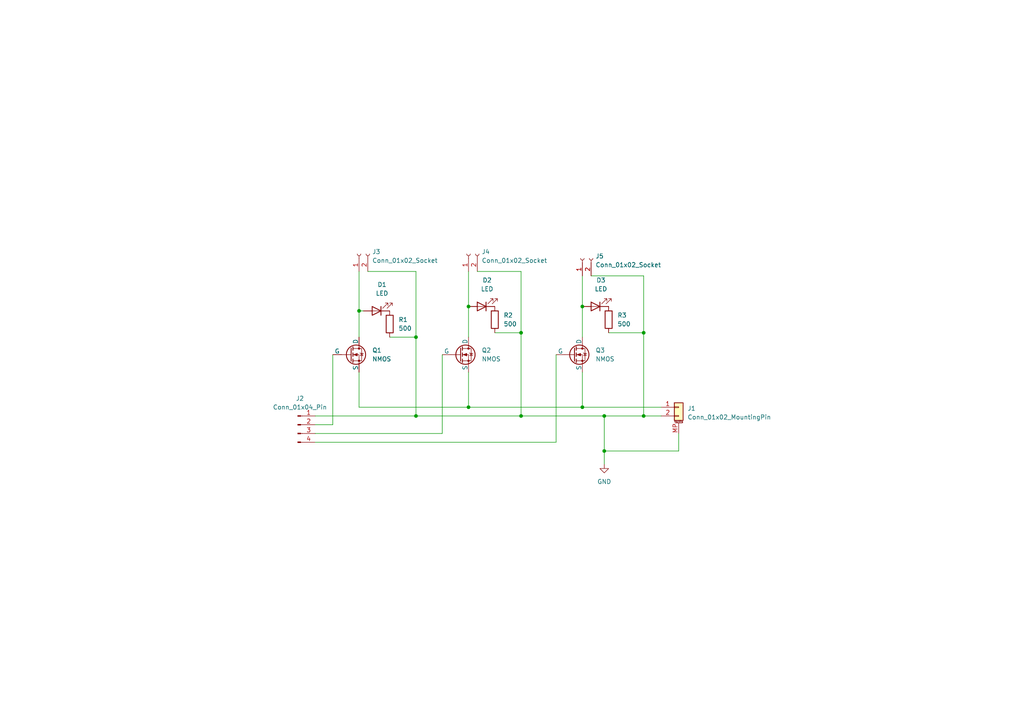
<source format=kicad_sch>
(kicad_sch
	(version 20250114)
	(generator "eeschema")
	(generator_version "9.0")
	(uuid "05a74dc7-04cc-4c70-bcf5-f3ee3b7b67ec")
	(paper "A4")
	(lib_symbols
		(symbol "Connector:Conn_01x02_Socket"
			(pin_names
				(offset 1.016)
				(hide yes)
			)
			(exclude_from_sim no)
			(in_bom yes)
			(on_board yes)
			(property "Reference" "J"
				(at 0 2.54 0)
				(effects
					(font
						(size 1.27 1.27)
					)
				)
			)
			(property "Value" "Conn_01x02_Socket"
				(at 0 -5.08 0)
				(effects
					(font
						(size 1.27 1.27)
					)
				)
			)
			(property "Footprint" ""
				(at 0 0 0)
				(effects
					(font
						(size 1.27 1.27)
					)
					(hide yes)
				)
			)
			(property "Datasheet" "~"
				(at 0 0 0)
				(effects
					(font
						(size 1.27 1.27)
					)
					(hide yes)
				)
			)
			(property "Description" "Generic connector, single row, 01x02, script generated"
				(at 0 0 0)
				(effects
					(font
						(size 1.27 1.27)
					)
					(hide yes)
				)
			)
			(property "ki_locked" ""
				(at 0 0 0)
				(effects
					(font
						(size 1.27 1.27)
					)
				)
			)
			(property "ki_keywords" "connector"
				(at 0 0 0)
				(effects
					(font
						(size 1.27 1.27)
					)
					(hide yes)
				)
			)
			(property "ki_fp_filters" "Connector*:*_1x??_*"
				(at 0 0 0)
				(effects
					(font
						(size 1.27 1.27)
					)
					(hide yes)
				)
			)
			(symbol "Conn_01x02_Socket_1_1"
				(polyline
					(pts
						(xy -1.27 0) (xy -0.508 0)
					)
					(stroke
						(width 0.1524)
						(type default)
					)
					(fill
						(type none)
					)
				)
				(polyline
					(pts
						(xy -1.27 -2.54) (xy -0.508 -2.54)
					)
					(stroke
						(width 0.1524)
						(type default)
					)
					(fill
						(type none)
					)
				)
				(arc
					(start 0 -0.508)
					(mid -0.5058 0)
					(end 0 0.508)
					(stroke
						(width 0.1524)
						(type default)
					)
					(fill
						(type none)
					)
				)
				(arc
					(start 0 -3.048)
					(mid -0.5058 -2.54)
					(end 0 -2.032)
					(stroke
						(width 0.1524)
						(type default)
					)
					(fill
						(type none)
					)
				)
				(pin passive line
					(at -5.08 0 0)
					(length 3.81)
					(name "Pin_1"
						(effects
							(font
								(size 1.27 1.27)
							)
						)
					)
					(number "1"
						(effects
							(font
								(size 1.27 1.27)
							)
						)
					)
				)
				(pin passive line
					(at -5.08 -2.54 0)
					(length 3.81)
					(name "Pin_2"
						(effects
							(font
								(size 1.27 1.27)
							)
						)
					)
					(number "2"
						(effects
							(font
								(size 1.27 1.27)
							)
						)
					)
				)
			)
			(embedded_fonts no)
		)
		(symbol "Connector:Conn_01x04_Pin"
			(pin_names
				(offset 1.016)
				(hide yes)
			)
			(exclude_from_sim no)
			(in_bom yes)
			(on_board yes)
			(property "Reference" "J"
				(at 0 5.08 0)
				(effects
					(font
						(size 1.27 1.27)
					)
				)
			)
			(property "Value" "Conn_01x04_Pin"
				(at 0 -7.62 0)
				(effects
					(font
						(size 1.27 1.27)
					)
				)
			)
			(property "Footprint" ""
				(at 0 0 0)
				(effects
					(font
						(size 1.27 1.27)
					)
					(hide yes)
				)
			)
			(property "Datasheet" "~"
				(at 0 0 0)
				(effects
					(font
						(size 1.27 1.27)
					)
					(hide yes)
				)
			)
			(property "Description" "Generic connector, single row, 01x04, script generated"
				(at 0 0 0)
				(effects
					(font
						(size 1.27 1.27)
					)
					(hide yes)
				)
			)
			(property "ki_locked" ""
				(at 0 0 0)
				(effects
					(font
						(size 1.27 1.27)
					)
				)
			)
			(property "ki_keywords" "connector"
				(at 0 0 0)
				(effects
					(font
						(size 1.27 1.27)
					)
					(hide yes)
				)
			)
			(property "ki_fp_filters" "Connector*:*_1x??_*"
				(at 0 0 0)
				(effects
					(font
						(size 1.27 1.27)
					)
					(hide yes)
				)
			)
			(symbol "Conn_01x04_Pin_1_1"
				(rectangle
					(start 0.8636 2.667)
					(end 0 2.413)
					(stroke
						(width 0.1524)
						(type default)
					)
					(fill
						(type outline)
					)
				)
				(rectangle
					(start 0.8636 0.127)
					(end 0 -0.127)
					(stroke
						(width 0.1524)
						(type default)
					)
					(fill
						(type outline)
					)
				)
				(rectangle
					(start 0.8636 -2.413)
					(end 0 -2.667)
					(stroke
						(width 0.1524)
						(type default)
					)
					(fill
						(type outline)
					)
				)
				(rectangle
					(start 0.8636 -4.953)
					(end 0 -5.207)
					(stroke
						(width 0.1524)
						(type default)
					)
					(fill
						(type outline)
					)
				)
				(polyline
					(pts
						(xy 1.27 2.54) (xy 0.8636 2.54)
					)
					(stroke
						(width 0.1524)
						(type default)
					)
					(fill
						(type none)
					)
				)
				(polyline
					(pts
						(xy 1.27 0) (xy 0.8636 0)
					)
					(stroke
						(width 0.1524)
						(type default)
					)
					(fill
						(type none)
					)
				)
				(polyline
					(pts
						(xy 1.27 -2.54) (xy 0.8636 -2.54)
					)
					(stroke
						(width 0.1524)
						(type default)
					)
					(fill
						(type none)
					)
				)
				(polyline
					(pts
						(xy 1.27 -5.08) (xy 0.8636 -5.08)
					)
					(stroke
						(width 0.1524)
						(type default)
					)
					(fill
						(type none)
					)
				)
				(pin passive line
					(at 5.08 2.54 180)
					(length 3.81)
					(name "Pin_1"
						(effects
							(font
								(size 1.27 1.27)
							)
						)
					)
					(number "1"
						(effects
							(font
								(size 1.27 1.27)
							)
						)
					)
				)
				(pin passive line
					(at 5.08 0 180)
					(length 3.81)
					(name "Pin_2"
						(effects
							(font
								(size 1.27 1.27)
							)
						)
					)
					(number "2"
						(effects
							(font
								(size 1.27 1.27)
							)
						)
					)
				)
				(pin passive line
					(at 5.08 -2.54 180)
					(length 3.81)
					(name "Pin_3"
						(effects
							(font
								(size 1.27 1.27)
							)
						)
					)
					(number "3"
						(effects
							(font
								(size 1.27 1.27)
							)
						)
					)
				)
				(pin passive line
					(at 5.08 -5.08 180)
					(length 3.81)
					(name "Pin_4"
						(effects
							(font
								(size 1.27 1.27)
							)
						)
					)
					(number "4"
						(effects
							(font
								(size 1.27 1.27)
							)
						)
					)
				)
			)
			(embedded_fonts no)
		)
		(symbol "Connector_Generic_MountingPin:Conn_01x02_MountingPin"
			(pin_names
				(offset 1.016)
				(hide yes)
			)
			(exclude_from_sim no)
			(in_bom yes)
			(on_board yes)
			(property "Reference" "J"
				(at 0 2.54 0)
				(effects
					(font
						(size 1.27 1.27)
					)
				)
			)
			(property "Value" "Conn_01x02_MountingPin"
				(at 1.27 -5.08 0)
				(effects
					(font
						(size 1.27 1.27)
					)
					(justify left)
				)
			)
			(property "Footprint" ""
				(at 0 0 0)
				(effects
					(font
						(size 1.27 1.27)
					)
					(hide yes)
				)
			)
			(property "Datasheet" "~"
				(at 0 0 0)
				(effects
					(font
						(size 1.27 1.27)
					)
					(hide yes)
				)
			)
			(property "Description" "Generic connectable mounting pin connector, single row, 01x02, script generated (kicad-library-utils/schlib/autogen/connector/)"
				(at 0 0 0)
				(effects
					(font
						(size 1.27 1.27)
					)
					(hide yes)
				)
			)
			(property "ki_keywords" "connector"
				(at 0 0 0)
				(effects
					(font
						(size 1.27 1.27)
					)
					(hide yes)
				)
			)
			(property "ki_fp_filters" "Connector*:*_1x??-1MP*"
				(at 0 0 0)
				(effects
					(font
						(size 1.27 1.27)
					)
					(hide yes)
				)
			)
			(symbol "Conn_01x02_MountingPin_1_1"
				(rectangle
					(start -1.27 1.27)
					(end 1.27 -3.81)
					(stroke
						(width 0.254)
						(type default)
					)
					(fill
						(type background)
					)
				)
				(rectangle
					(start -1.27 0.127)
					(end 0 -0.127)
					(stroke
						(width 0.1524)
						(type default)
					)
					(fill
						(type none)
					)
				)
				(rectangle
					(start -1.27 -2.413)
					(end 0 -2.667)
					(stroke
						(width 0.1524)
						(type default)
					)
					(fill
						(type none)
					)
				)
				(polyline
					(pts
						(xy -1.016 -4.572) (xy 1.016 -4.572)
					)
					(stroke
						(width 0.1524)
						(type default)
					)
					(fill
						(type none)
					)
				)
				(text "Mounting"
					(at 0 -4.191 0)
					(effects
						(font
							(size 0.381 0.381)
						)
					)
				)
				(pin passive line
					(at -5.08 0 0)
					(length 3.81)
					(name "Pin_1"
						(effects
							(font
								(size 1.27 1.27)
							)
						)
					)
					(number "1"
						(effects
							(font
								(size 1.27 1.27)
							)
						)
					)
				)
				(pin passive line
					(at -5.08 -2.54 0)
					(length 3.81)
					(name "Pin_2"
						(effects
							(font
								(size 1.27 1.27)
							)
						)
					)
					(number "2"
						(effects
							(font
								(size 1.27 1.27)
							)
						)
					)
				)
				(pin passive line
					(at 0 -7.62 90)
					(length 3.048)
					(name "MountPin"
						(effects
							(font
								(size 1.27 1.27)
							)
						)
					)
					(number "MP"
						(effects
							(font
								(size 1.27 1.27)
							)
						)
					)
				)
			)
			(embedded_fonts no)
		)
		(symbol "Device:LED"
			(pin_numbers
				(hide yes)
			)
			(pin_names
				(offset 1.016)
				(hide yes)
			)
			(exclude_from_sim no)
			(in_bom yes)
			(on_board yes)
			(property "Reference" "D"
				(at 0 2.54 0)
				(effects
					(font
						(size 1.27 1.27)
					)
				)
			)
			(property "Value" "LED"
				(at 0 -2.54 0)
				(effects
					(font
						(size 1.27 1.27)
					)
				)
			)
			(property "Footprint" ""
				(at 0 0 0)
				(effects
					(font
						(size 1.27 1.27)
					)
					(hide yes)
				)
			)
			(property "Datasheet" "~"
				(at 0 0 0)
				(effects
					(font
						(size 1.27 1.27)
					)
					(hide yes)
				)
			)
			(property "Description" "Light emitting diode"
				(at 0 0 0)
				(effects
					(font
						(size 1.27 1.27)
					)
					(hide yes)
				)
			)
			(property "Sim.Pins" "1=K 2=A"
				(at 0 0 0)
				(effects
					(font
						(size 1.27 1.27)
					)
					(hide yes)
				)
			)
			(property "ki_keywords" "LED diode"
				(at 0 0 0)
				(effects
					(font
						(size 1.27 1.27)
					)
					(hide yes)
				)
			)
			(property "ki_fp_filters" "LED* LED_SMD:* LED_THT:*"
				(at 0 0 0)
				(effects
					(font
						(size 1.27 1.27)
					)
					(hide yes)
				)
			)
			(symbol "LED_0_1"
				(polyline
					(pts
						(xy -3.048 -0.762) (xy -4.572 -2.286) (xy -3.81 -2.286) (xy -4.572 -2.286) (xy -4.572 -1.524)
					)
					(stroke
						(width 0)
						(type default)
					)
					(fill
						(type none)
					)
				)
				(polyline
					(pts
						(xy -1.778 -0.762) (xy -3.302 -2.286) (xy -2.54 -2.286) (xy -3.302 -2.286) (xy -3.302 -1.524)
					)
					(stroke
						(width 0)
						(type default)
					)
					(fill
						(type none)
					)
				)
				(polyline
					(pts
						(xy -1.27 0) (xy 1.27 0)
					)
					(stroke
						(width 0)
						(type default)
					)
					(fill
						(type none)
					)
				)
				(polyline
					(pts
						(xy -1.27 -1.27) (xy -1.27 1.27)
					)
					(stroke
						(width 0.254)
						(type default)
					)
					(fill
						(type none)
					)
				)
				(polyline
					(pts
						(xy 1.27 -1.27) (xy 1.27 1.27) (xy -1.27 0) (xy 1.27 -1.27)
					)
					(stroke
						(width 0.254)
						(type default)
					)
					(fill
						(type none)
					)
				)
			)
			(symbol "LED_1_1"
				(pin passive line
					(at -3.81 0 0)
					(length 2.54)
					(name "K"
						(effects
							(font
								(size 1.27 1.27)
							)
						)
					)
					(number "1"
						(effects
							(font
								(size 1.27 1.27)
							)
						)
					)
				)
				(pin passive line
					(at 3.81 0 180)
					(length 2.54)
					(name "A"
						(effects
							(font
								(size 1.27 1.27)
							)
						)
					)
					(number "2"
						(effects
							(font
								(size 1.27 1.27)
							)
						)
					)
				)
			)
			(embedded_fonts no)
		)
		(symbol "Device:R"
			(pin_numbers
				(hide yes)
			)
			(pin_names
				(offset 0)
			)
			(exclude_from_sim no)
			(in_bom yes)
			(on_board yes)
			(property "Reference" "R"
				(at 2.032 0 90)
				(effects
					(font
						(size 1.27 1.27)
					)
				)
			)
			(property "Value" "R"
				(at 0 0 90)
				(effects
					(font
						(size 1.27 1.27)
					)
				)
			)
			(property "Footprint" ""
				(at -1.778 0 90)
				(effects
					(font
						(size 1.27 1.27)
					)
					(hide yes)
				)
			)
			(property "Datasheet" "~"
				(at 0 0 0)
				(effects
					(font
						(size 1.27 1.27)
					)
					(hide yes)
				)
			)
			(property "Description" "Resistor"
				(at 0 0 0)
				(effects
					(font
						(size 1.27 1.27)
					)
					(hide yes)
				)
			)
			(property "ki_keywords" "R res resistor"
				(at 0 0 0)
				(effects
					(font
						(size 1.27 1.27)
					)
					(hide yes)
				)
			)
			(property "ki_fp_filters" "R_*"
				(at 0 0 0)
				(effects
					(font
						(size 1.27 1.27)
					)
					(hide yes)
				)
			)
			(symbol "R_0_1"
				(rectangle
					(start -1.016 -2.54)
					(end 1.016 2.54)
					(stroke
						(width 0.254)
						(type default)
					)
					(fill
						(type none)
					)
				)
			)
			(symbol "R_1_1"
				(pin passive line
					(at 0 3.81 270)
					(length 1.27)
					(name "~"
						(effects
							(font
								(size 1.27 1.27)
							)
						)
					)
					(number "1"
						(effects
							(font
								(size 1.27 1.27)
							)
						)
					)
				)
				(pin passive line
					(at 0 -3.81 90)
					(length 1.27)
					(name "~"
						(effects
							(font
								(size 1.27 1.27)
							)
						)
					)
					(number "2"
						(effects
							(font
								(size 1.27 1.27)
							)
						)
					)
				)
			)
			(embedded_fonts no)
		)
		(symbol "Simulation_SPICE:NMOS"
			(pin_numbers
				(hide yes)
			)
			(pin_names
				(offset 0)
			)
			(exclude_from_sim no)
			(in_bom yes)
			(on_board yes)
			(property "Reference" "Q"
				(at 5.08 1.27 0)
				(effects
					(font
						(size 1.27 1.27)
					)
					(justify left)
				)
			)
			(property "Value" "NMOS"
				(at 5.08 -1.27 0)
				(effects
					(font
						(size 1.27 1.27)
					)
					(justify left)
				)
			)
			(property "Footprint" ""
				(at 5.08 2.54 0)
				(effects
					(font
						(size 1.27 1.27)
					)
					(hide yes)
				)
			)
			(property "Datasheet" "https://ngspice.sourceforge.io/docs/ngspice-html-manual/manual.xhtml#cha_MOSFETs"
				(at 0 -12.7 0)
				(effects
					(font
						(size 1.27 1.27)
					)
					(hide yes)
				)
			)
			(property "Description" "N-MOSFET transistor, drain/source/gate"
				(at 0 0 0)
				(effects
					(font
						(size 1.27 1.27)
					)
					(hide yes)
				)
			)
			(property "Sim.Device" "NMOS"
				(at 0 -17.145 0)
				(effects
					(font
						(size 1.27 1.27)
					)
					(hide yes)
				)
			)
			(property "Sim.Type" "VDMOS"
				(at 0 -19.05 0)
				(effects
					(font
						(size 1.27 1.27)
					)
					(hide yes)
				)
			)
			(property "Sim.Pins" "1=D 2=G 3=S"
				(at 0 -15.24 0)
				(effects
					(font
						(size 1.27 1.27)
					)
					(hide yes)
				)
			)
			(property "ki_keywords" "transistor NMOS N-MOS N-MOSFET simulation"
				(at 0 0 0)
				(effects
					(font
						(size 1.27 1.27)
					)
					(hide yes)
				)
			)
			(symbol "NMOS_0_1"
				(polyline
					(pts
						(xy 0.254 1.905) (xy 0.254 -1.905)
					)
					(stroke
						(width 0.254)
						(type default)
					)
					(fill
						(type none)
					)
				)
				(polyline
					(pts
						(xy 0.254 0) (xy -2.54 0)
					)
					(stroke
						(width 0)
						(type default)
					)
					(fill
						(type none)
					)
				)
				(polyline
					(pts
						(xy 0.762 2.286) (xy 0.762 1.27)
					)
					(stroke
						(width 0.254)
						(type default)
					)
					(fill
						(type none)
					)
				)
				(polyline
					(pts
						(xy 0.762 0.508) (xy 0.762 -0.508)
					)
					(stroke
						(width 0.254)
						(type default)
					)
					(fill
						(type none)
					)
				)
				(polyline
					(pts
						(xy 0.762 -1.27) (xy 0.762 -2.286)
					)
					(stroke
						(width 0.254)
						(type default)
					)
					(fill
						(type none)
					)
				)
				(polyline
					(pts
						(xy 0.762 -1.778) (xy 3.302 -1.778) (xy 3.302 1.778) (xy 0.762 1.778)
					)
					(stroke
						(width 0)
						(type default)
					)
					(fill
						(type none)
					)
				)
				(polyline
					(pts
						(xy 1.016 0) (xy 2.032 0.381) (xy 2.032 -0.381) (xy 1.016 0)
					)
					(stroke
						(width 0)
						(type default)
					)
					(fill
						(type outline)
					)
				)
				(circle
					(center 1.651 0)
					(radius 2.794)
					(stroke
						(width 0.254)
						(type default)
					)
					(fill
						(type none)
					)
				)
				(polyline
					(pts
						(xy 2.54 2.54) (xy 2.54 1.778)
					)
					(stroke
						(width 0)
						(type default)
					)
					(fill
						(type none)
					)
				)
				(circle
					(center 2.54 1.778)
					(radius 0.254)
					(stroke
						(width 0)
						(type default)
					)
					(fill
						(type outline)
					)
				)
				(circle
					(center 2.54 -1.778)
					(radius 0.254)
					(stroke
						(width 0)
						(type default)
					)
					(fill
						(type outline)
					)
				)
				(polyline
					(pts
						(xy 2.54 -2.54) (xy 2.54 0) (xy 0.762 0)
					)
					(stroke
						(width 0)
						(type default)
					)
					(fill
						(type none)
					)
				)
				(polyline
					(pts
						(xy 2.794 0.508) (xy 2.921 0.381) (xy 3.683 0.381) (xy 3.81 0.254)
					)
					(stroke
						(width 0)
						(type default)
					)
					(fill
						(type none)
					)
				)
				(polyline
					(pts
						(xy 3.302 0.381) (xy 2.921 -0.254) (xy 3.683 -0.254) (xy 3.302 0.381)
					)
					(stroke
						(width 0)
						(type default)
					)
					(fill
						(type none)
					)
				)
			)
			(symbol "NMOS_1_1"
				(pin input line
					(at -5.08 0 0)
					(length 2.54)
					(name "G"
						(effects
							(font
								(size 1.27 1.27)
							)
						)
					)
					(number "2"
						(effects
							(font
								(size 1.27 1.27)
							)
						)
					)
				)
				(pin passive line
					(at 2.54 5.08 270)
					(length 2.54)
					(name "D"
						(effects
							(font
								(size 1.27 1.27)
							)
						)
					)
					(number "1"
						(effects
							(font
								(size 1.27 1.27)
							)
						)
					)
				)
				(pin passive line
					(at 2.54 -5.08 90)
					(length 2.54)
					(name "S"
						(effects
							(font
								(size 1.27 1.27)
							)
						)
					)
					(number "3"
						(effects
							(font
								(size 1.27 1.27)
							)
						)
					)
				)
			)
			(embedded_fonts no)
		)
		(symbol "power:GND"
			(power)
			(pin_numbers
				(hide yes)
			)
			(pin_names
				(offset 0)
				(hide yes)
			)
			(exclude_from_sim no)
			(in_bom yes)
			(on_board yes)
			(property "Reference" "#PWR"
				(at 0 -6.35 0)
				(effects
					(font
						(size 1.27 1.27)
					)
					(hide yes)
				)
			)
			(property "Value" "GND"
				(at 0 -3.81 0)
				(effects
					(font
						(size 1.27 1.27)
					)
				)
			)
			(property "Footprint" ""
				(at 0 0 0)
				(effects
					(font
						(size 1.27 1.27)
					)
					(hide yes)
				)
			)
			(property "Datasheet" ""
				(at 0 0 0)
				(effects
					(font
						(size 1.27 1.27)
					)
					(hide yes)
				)
			)
			(property "Description" "Power symbol creates a global label with name \"GND\" , ground"
				(at 0 0 0)
				(effects
					(font
						(size 1.27 1.27)
					)
					(hide yes)
				)
			)
			(property "ki_keywords" "global power"
				(at 0 0 0)
				(effects
					(font
						(size 1.27 1.27)
					)
					(hide yes)
				)
			)
			(symbol "GND_0_1"
				(polyline
					(pts
						(xy 0 0) (xy 0 -1.27) (xy 1.27 -1.27) (xy 0 -2.54) (xy -1.27 -1.27) (xy 0 -1.27)
					)
					(stroke
						(width 0)
						(type default)
					)
					(fill
						(type none)
					)
				)
			)
			(symbol "GND_1_1"
				(pin power_in line
					(at 0 0 270)
					(length 0)
					(name "~"
						(effects
							(font
								(size 1.27 1.27)
							)
						)
					)
					(number "1"
						(effects
							(font
								(size 1.27 1.27)
							)
						)
					)
				)
			)
			(embedded_fonts no)
		)
	)
	(junction
		(at 151.13 120.65)
		(diameter 0)
		(color 0 0 0 0)
		(uuid "1c777ca9-56d0-46ca-b54a-f3c80b3c0bd8")
	)
	(junction
		(at 120.65 120.65)
		(diameter 0)
		(color 0 0 0 0)
		(uuid "2c4d734b-ba7c-4810-9bb1-bc6aaac3e3fe")
	)
	(junction
		(at 168.91 118.11)
		(diameter 0)
		(color 0 0 0 0)
		(uuid "63186b60-bff4-4f32-8556-70afaad21bd6")
	)
	(junction
		(at 175.26 130.81)
		(diameter 0)
		(color 0 0 0 0)
		(uuid "644ffabe-7542-46d5-9fba-6793ca6c4042")
	)
	(junction
		(at 104.14 90.17)
		(diameter 0)
		(color 0 0 0 0)
		(uuid "b8a7e8aa-12e5-407d-a167-3ef2ba818d57")
	)
	(junction
		(at 135.89 88.9)
		(diameter 0)
		(color 0 0 0 0)
		(uuid "bc995a4c-183d-4d4f-a95d-9dc97a353382")
	)
	(junction
		(at 186.69 96.52)
		(diameter 0)
		(color 0 0 0 0)
		(uuid "c5b9dbbd-b298-4146-8576-fcdd90877bad")
	)
	(junction
		(at 151.13 96.52)
		(diameter 0)
		(color 0 0 0 0)
		(uuid "d428e72e-5c77-49eb-b03e-c1fe34ad1090")
	)
	(junction
		(at 120.65 97.79)
		(diameter 0)
		(color 0 0 0 0)
		(uuid "d5cb8f33-be46-4f85-b020-f2e6cca9de03")
	)
	(junction
		(at 175.26 120.65)
		(diameter 0)
		(color 0 0 0 0)
		(uuid "dcb877eb-d8bd-41fb-be50-ee26965afa8b")
	)
	(junction
		(at 186.69 120.65)
		(diameter 0)
		(color 0 0 0 0)
		(uuid "f106be71-d704-44d4-9799-f1ee47354d57")
	)
	(junction
		(at 135.89 118.11)
		(diameter 0)
		(color 0 0 0 0)
		(uuid "f9b8dd1e-5eea-4322-aea1-c5400699e897")
	)
	(junction
		(at 168.91 88.9)
		(diameter 0)
		(color 0 0 0 0)
		(uuid "fcc7d12d-7d7a-4635-a995-038938cc66ca")
	)
	(wire
		(pts
			(xy 138.43 78.74) (xy 151.13 78.74)
		)
		(stroke
			(width 0)
			(type default)
		)
		(uuid "006e33d0-d3c5-439c-96f4-42bf9c1e62ed")
	)
	(wire
		(pts
			(xy 105.41 90.17) (xy 104.14 90.17)
		)
		(stroke
			(width 0)
			(type default)
		)
		(uuid "098aa4cd-8ae9-45a2-9c92-58db4f65b569")
	)
	(wire
		(pts
			(xy 175.26 130.81) (xy 175.26 134.62)
		)
		(stroke
			(width 0)
			(type default)
		)
		(uuid "0e042e52-e66a-47b6-8fbb-d247bf75d58e")
	)
	(wire
		(pts
			(xy 128.27 102.87) (xy 128.27 125.73)
		)
		(stroke
			(width 0)
			(type default)
		)
		(uuid "1079676f-7005-4ca3-92cf-0c23d4a268be")
	)
	(wire
		(pts
			(xy 151.13 96.52) (xy 151.13 120.65)
		)
		(stroke
			(width 0)
			(type default)
		)
		(uuid "1424f623-f2ae-4aab-9153-02dfd9fedbd5")
	)
	(wire
		(pts
			(xy 91.44 123.19) (xy 96.52 123.19)
		)
		(stroke
			(width 0)
			(type default)
		)
		(uuid "14ca97af-e361-4421-9d75-274fda5a1a1a")
	)
	(wire
		(pts
			(xy 151.13 120.65) (xy 175.26 120.65)
		)
		(stroke
			(width 0)
			(type default)
		)
		(uuid "15a99a0b-e7d9-40b7-b578-350c5ac81dcd")
	)
	(wire
		(pts
			(xy 186.69 80.01) (xy 186.69 96.52)
		)
		(stroke
			(width 0)
			(type default)
		)
		(uuid "16e9fa75-c31d-47c9-bf11-820f552c2197")
	)
	(wire
		(pts
			(xy 168.91 118.11) (xy 191.77 118.11)
		)
		(stroke
			(width 0)
			(type default)
		)
		(uuid "1b8d58ea-bd6f-4162-b005-90b81e206090")
	)
	(wire
		(pts
			(xy 161.29 102.87) (xy 161.29 128.27)
		)
		(stroke
			(width 0)
			(type default)
		)
		(uuid "1f162675-bdec-4636-942a-14c2143ddc11")
	)
	(wire
		(pts
			(xy 143.51 96.52) (xy 151.13 96.52)
		)
		(stroke
			(width 0)
			(type default)
		)
		(uuid "250171a1-b3b9-4071-a604-dd47fcaded55")
	)
	(wire
		(pts
			(xy 96.52 102.87) (xy 96.52 123.19)
		)
		(stroke
			(width 0)
			(type default)
		)
		(uuid "2948035e-68a2-4196-bbf7-efddb1fa6ee5")
	)
	(wire
		(pts
			(xy 168.91 107.95) (xy 168.91 118.11)
		)
		(stroke
			(width 0)
			(type default)
		)
		(uuid "3ad22c6a-0ace-4d38-81ac-0f804a519087")
	)
	(wire
		(pts
			(xy 113.03 97.79) (xy 120.65 97.79)
		)
		(stroke
			(width 0)
			(type default)
		)
		(uuid "3e83d6e3-505f-4191-a690-5c28c52a3a2e")
	)
	(wire
		(pts
			(xy 91.44 128.27) (xy 161.29 128.27)
		)
		(stroke
			(width 0)
			(type default)
		)
		(uuid "45e11097-4924-42b2-a277-781917821339")
	)
	(wire
		(pts
			(xy 120.65 78.74) (xy 120.65 97.79)
		)
		(stroke
			(width 0)
			(type default)
		)
		(uuid "46f51075-72f0-4c6f-8bfa-b5dbc86be8c0")
	)
	(wire
		(pts
			(xy 135.89 88.9) (xy 135.89 97.79)
		)
		(stroke
			(width 0)
			(type default)
		)
		(uuid "47f2767b-eb73-408c-9aac-61f7729f3534")
	)
	(wire
		(pts
			(xy 135.89 78.74) (xy 135.89 88.9)
		)
		(stroke
			(width 0)
			(type default)
		)
		(uuid "5359f431-2b2d-47b8-8066-c79c45188a7a")
	)
	(wire
		(pts
			(xy 91.44 120.65) (xy 120.65 120.65)
		)
		(stroke
			(width 0)
			(type default)
		)
		(uuid "548bab4e-40a3-4675-9c25-2ff94ddb4500")
	)
	(wire
		(pts
			(xy 168.91 88.9) (xy 168.91 97.79)
		)
		(stroke
			(width 0)
			(type default)
		)
		(uuid "56c28f3f-fec9-4119-8771-cd6cc44285c7")
	)
	(wire
		(pts
			(xy 168.91 80.01) (xy 168.91 88.9)
		)
		(stroke
			(width 0)
			(type default)
		)
		(uuid "58f6c784-8b7e-469b-8cc3-330990ef9324")
	)
	(wire
		(pts
			(xy 151.13 78.74) (xy 151.13 96.52)
		)
		(stroke
			(width 0)
			(type default)
		)
		(uuid "5c2adff4-cdec-401e-889d-0ea6a5f8fe4c")
	)
	(wire
		(pts
			(xy 171.45 80.01) (xy 186.69 80.01)
		)
		(stroke
			(width 0)
			(type default)
		)
		(uuid "754cfac9-478e-41d6-86b4-af7387d2ccfa")
	)
	(wire
		(pts
			(xy 175.26 120.65) (xy 175.26 130.81)
		)
		(stroke
			(width 0)
			(type default)
		)
		(uuid "76e06b75-5a37-4b8f-b3d0-80c20ce07d6a")
	)
	(wire
		(pts
			(xy 104.14 78.74) (xy 104.14 90.17)
		)
		(stroke
			(width 0)
			(type default)
		)
		(uuid "7dd01876-1530-4260-8c2d-8ab1d2ab09a3")
	)
	(wire
		(pts
			(xy 120.65 120.65) (xy 151.13 120.65)
		)
		(stroke
			(width 0)
			(type default)
		)
		(uuid "845c3ce0-4a68-4a55-9d00-540edf4fa8ac")
	)
	(wire
		(pts
			(xy 186.69 96.52) (xy 186.69 120.65)
		)
		(stroke
			(width 0)
			(type default)
		)
		(uuid "85075ed9-98ef-4490-8890-8750bf768c62")
	)
	(wire
		(pts
			(xy 91.44 125.73) (xy 128.27 125.73)
		)
		(stroke
			(width 0)
			(type default)
		)
		(uuid "92bec0f2-a62c-4c39-ae58-cd07eecaab7e")
	)
	(wire
		(pts
			(xy 191.77 120.65) (xy 186.69 120.65)
		)
		(stroke
			(width 0)
			(type default)
		)
		(uuid "9b18bc3e-032d-440c-98a9-5f516afb29e1")
	)
	(wire
		(pts
			(xy 104.14 90.17) (xy 104.14 97.79)
		)
		(stroke
			(width 0)
			(type default)
		)
		(uuid "9e979278-30ab-4a3a-951a-3226b5e66d5a")
	)
	(wire
		(pts
			(xy 176.53 96.52) (xy 186.69 96.52)
		)
		(stroke
			(width 0)
			(type default)
		)
		(uuid "a641191c-1721-429e-9866-1b273e116f73")
	)
	(wire
		(pts
			(xy 175.26 120.65) (xy 186.69 120.65)
		)
		(stroke
			(width 0)
			(type default)
		)
		(uuid "a70d7934-2521-4b46-a8fb-0d385b4f6786")
	)
	(wire
		(pts
			(xy 175.26 130.81) (xy 196.85 130.81)
		)
		(stroke
			(width 0)
			(type default)
		)
		(uuid "af4b1d04-152c-4420-950b-93b44f9f6f80")
	)
	(wire
		(pts
			(xy 135.89 118.11) (xy 168.91 118.11)
		)
		(stroke
			(width 0)
			(type default)
		)
		(uuid "c2282167-9553-4595-a501-ce2a37ca6248")
	)
	(wire
		(pts
			(xy 120.65 78.74) (xy 106.68 78.74)
		)
		(stroke
			(width 0)
			(type default)
		)
		(uuid "c3befd0a-edb1-4d10-b590-badfbb2448d0")
	)
	(wire
		(pts
			(xy 104.14 107.95) (xy 104.14 118.11)
		)
		(stroke
			(width 0)
			(type default)
		)
		(uuid "d089172b-8f9f-42b0-b914-783bab3acb97")
	)
	(wire
		(pts
			(xy 196.85 130.81) (xy 196.85 125.73)
		)
		(stroke
			(width 0)
			(type default)
		)
		(uuid "d468fc01-4969-496f-88dc-08215c7f8313")
	)
	(wire
		(pts
			(xy 135.89 107.95) (xy 135.89 118.11)
		)
		(stroke
			(width 0)
			(type default)
		)
		(uuid "ea115cce-9d80-450a-8e01-3a4a5ac9be3c")
	)
	(wire
		(pts
			(xy 120.65 97.79) (xy 120.65 120.65)
		)
		(stroke
			(width 0)
			(type default)
		)
		(uuid "eda18c74-b406-4ec1-90cb-00fb4ffe5b89")
	)
	(wire
		(pts
			(xy 104.14 118.11) (xy 135.89 118.11)
		)
		(stroke
			(width 0)
			(type default)
		)
		(uuid "f0abb216-63b3-478e-ab30-8015810a6d74")
	)
	(symbol
		(lib_id "Simulation_SPICE:NMOS")
		(at 101.6 102.87 0)
		(unit 1)
		(exclude_from_sim no)
		(in_bom yes)
		(on_board yes)
		(dnp no)
		(fields_autoplaced yes)
		(uuid "12d42cf2-3aae-48ae-8915-441c767abbad")
		(property "Reference" "Q1"
			(at 107.95 101.5999 0)
			(effects
				(font
					(size 1.27 1.27)
				)
				(justify left)
			)
		)
		(property "Value" "NMOS"
			(at 107.95 104.1399 0)
			(effects
				(font
					(size 1.27 1.27)
				)
				(justify left)
			)
		)
		(property "Footprint" ""
			(at 106.68 100.33 0)
			(effects
				(font
					(size 1.27 1.27)
				)
				(hide yes)
			)
		)
		(property "Datasheet" "https://ngspice.sourceforge.io/docs/ngspice-html-manual/manual.xhtml#cha_MOSFETs"
			(at 101.6 115.57 0)
			(effects
				(font
					(size 1.27 1.27)
				)
				(hide yes)
			)
		)
		(property "Description" "N-MOSFET transistor, drain/source/gate"
			(at 101.6 102.87 0)
			(effects
				(font
					(size 1.27 1.27)
				)
				(hide yes)
			)
		)
		(property "Sim.Device" "NMOS"
			(at 101.6 120.015 0)
			(effects
				(font
					(size 1.27 1.27)
				)
				(hide yes)
			)
		)
		(property "Sim.Type" "VDMOS"
			(at 101.6 121.92 0)
			(effects
				(font
					(size 1.27 1.27)
				)
				(hide yes)
			)
		)
		(property "Sim.Pins" "1=D 2=G 3=S"
			(at 101.6 118.11 0)
			(effects
				(font
					(size 1.27 1.27)
				)
				(hide yes)
			)
		)
		(pin "2"
			(uuid "7ce6f8ec-61c9-4c88-8d67-fcbb0f2d34d5")
		)
		(pin "3"
			(uuid "6a804f70-4bdd-4e5f-a74d-980ad73e7e90")
		)
		(pin "1"
			(uuid "782864c1-99e3-44f1-99f4-3acfb858ac5c")
		)
		(instances
			(project ""
				(path "/05a74dc7-04cc-4c70-bcf5-f3ee3b7b67ec"
					(reference "Q1")
					(unit 1)
				)
			)
		)
	)
	(symbol
		(lib_id "Device:R")
		(at 113.03 93.98 180)
		(unit 1)
		(exclude_from_sim no)
		(in_bom yes)
		(on_board yes)
		(dnp no)
		(fields_autoplaced yes)
		(uuid "1f837ef3-e050-424c-8a2c-18806f6feb98")
		(property "Reference" "R1"
			(at 115.57 92.7099 0)
			(effects
				(font
					(size 1.27 1.27)
				)
				(justify right)
			)
		)
		(property "Value" "500"
			(at 115.57 95.2499 0)
			(effects
				(font
					(size 1.27 1.27)
				)
				(justify right)
			)
		)
		(property "Footprint" "Resistor_THT:R_Axial_DIN0204_L3.6mm_D1.6mm_P5.08mm_Vertical"
			(at 114.808 93.98 90)
			(effects
				(font
					(size 1.27 1.27)
				)
				(hide yes)
			)
		)
		(property "Datasheet" "~"
			(at 113.03 93.98 0)
			(effects
				(font
					(size 1.27 1.27)
				)
				(hide yes)
			)
		)
		(property "Description" "Resistor"
			(at 113.03 93.98 0)
			(effects
				(font
					(size 1.27 1.27)
				)
				(hide yes)
			)
		)
		(pin "2"
			(uuid "c1480785-beea-472e-bfff-cbe4937de34a")
		)
		(pin "1"
			(uuid "c26ae832-3d9d-4ed3-a6a0-1fa260b305f8")
		)
		(instances
			(project ""
				(path "/05a74dc7-04cc-4c70-bcf5-f3ee3b7b67ec"
					(reference "R1")
					(unit 1)
				)
			)
		)
	)
	(symbol
		(lib_id "Device:LED")
		(at 139.7 88.9 180)
		(unit 1)
		(exclude_from_sim no)
		(in_bom yes)
		(on_board yes)
		(dnp no)
		(fields_autoplaced yes)
		(uuid "28fa9dc1-e1e1-4700-89c0-1678c8f35a90")
		(property "Reference" "D2"
			(at 141.2875 81.28 0)
			(effects
				(font
					(size 1.27 1.27)
				)
			)
		)
		(property "Value" "LED"
			(at 141.2875 83.82 0)
			(effects
				(font
					(size 1.27 1.27)
				)
			)
		)
		(property "Footprint" "LED_THT:LED_D5.0mm"
			(at 139.7 88.9 0)
			(effects
				(font
					(size 1.27 1.27)
				)
				(hide yes)
			)
		)
		(property "Datasheet" "~"
			(at 139.7 88.9 0)
			(effects
				(font
					(size 1.27 1.27)
				)
				(hide yes)
			)
		)
		(property "Description" "Light emitting diode"
			(at 139.7 88.9 0)
			(effects
				(font
					(size 1.27 1.27)
				)
				(hide yes)
			)
		)
		(property "Sim.Pins" "1=K 2=A"
			(at 139.7 88.9 0)
			(effects
				(font
					(size 1.27 1.27)
				)
				(hide yes)
			)
		)
		(pin "1"
			(uuid "13e69220-35cc-47e1-bcff-60b78bc8f439")
		)
		(pin "2"
			(uuid "50c165a8-dfdb-49c4-b7ac-2a2c6f464c98")
		)
		(instances
			(project "transistor_breakout"
				(path "/05a74dc7-04cc-4c70-bcf5-f3ee3b7b67ec"
					(reference "D2")
					(unit 1)
				)
			)
		)
	)
	(symbol
		(lib_id "Device:LED")
		(at 109.22 90.17 180)
		(unit 1)
		(exclude_from_sim no)
		(in_bom yes)
		(on_board yes)
		(dnp no)
		(fields_autoplaced yes)
		(uuid "2c6a2256-9aa4-4c1d-8ea1-a346dc9380db")
		(property "Reference" "D1"
			(at 110.8075 82.55 0)
			(effects
				(font
					(size 1.27 1.27)
				)
			)
		)
		(property "Value" "LED"
			(at 110.8075 85.09 0)
			(effects
				(font
					(size 1.27 1.27)
				)
			)
		)
		(property "Footprint" "LED_THT:LED_D5.0mm"
			(at 109.22 90.17 0)
			(effects
				(font
					(size 1.27 1.27)
				)
				(hide yes)
			)
		)
		(property "Datasheet" "~"
			(at 109.22 90.17 0)
			(effects
				(font
					(size 1.27 1.27)
				)
				(hide yes)
			)
		)
		(property "Description" "Light emitting diode"
			(at 109.22 90.17 0)
			(effects
				(font
					(size 1.27 1.27)
				)
				(hide yes)
			)
		)
		(property "Sim.Pins" "1=K 2=A"
			(at 109.22 90.17 0)
			(effects
				(font
					(size 1.27 1.27)
				)
				(hide yes)
			)
		)
		(pin "1"
			(uuid "6379bc4c-2ae2-4472-806b-e92a317e7a2f")
		)
		(pin "2"
			(uuid "37272adf-9852-40a2-9ec1-24d8ae553818")
		)
		(instances
			(project ""
				(path "/05a74dc7-04cc-4c70-bcf5-f3ee3b7b67ec"
					(reference "D1")
					(unit 1)
				)
			)
		)
	)
	(symbol
		(lib_id "Device:R")
		(at 176.53 92.71 0)
		(unit 1)
		(exclude_from_sim no)
		(in_bom yes)
		(on_board yes)
		(dnp no)
		(fields_autoplaced yes)
		(uuid "30fed01b-f09a-4a7c-b137-f0086bfc03d6")
		(property "Reference" "R3"
			(at 179.07 91.4399 0)
			(effects
				(font
					(size 1.27 1.27)
				)
				(justify left)
			)
		)
		(property "Value" "500"
			(at 179.07 93.9799 0)
			(effects
				(font
					(size 1.27 1.27)
				)
				(justify left)
			)
		)
		(property "Footprint" "Resistor_THT:R_Axial_DIN0204_L3.6mm_D1.6mm_P5.08mm_Vertical"
			(at 174.752 92.71 90)
			(effects
				(font
					(size 1.27 1.27)
				)
				(hide yes)
			)
		)
		(property "Datasheet" "~"
			(at 176.53 92.71 0)
			(effects
				(font
					(size 1.27 1.27)
				)
				(hide yes)
			)
		)
		(property "Description" "Resistor"
			(at 176.53 92.71 0)
			(effects
				(font
					(size 1.27 1.27)
				)
				(hide yes)
			)
		)
		(pin "2"
			(uuid "307946b1-4b2f-4624-8c3c-51e346960ef2")
		)
		(pin "1"
			(uuid "e115a5c8-4f7f-4fc8-983a-8a4f7e1d0444")
		)
		(instances
			(project "transistor_breakout"
				(path "/05a74dc7-04cc-4c70-bcf5-f3ee3b7b67ec"
					(reference "R3")
					(unit 1)
				)
			)
		)
	)
	(symbol
		(lib_id "Connector_Generic_MountingPin:Conn_01x02_MountingPin")
		(at 196.85 118.11 0)
		(unit 1)
		(exclude_from_sim no)
		(in_bom yes)
		(on_board yes)
		(dnp no)
		(fields_autoplaced yes)
		(uuid "379aff09-ef8c-4663-a4b4-b3a14c02eb4c")
		(property "Reference" "J1"
			(at 199.39 118.4655 0)
			(effects
				(font
					(size 1.27 1.27)
				)
				(justify left)
			)
		)
		(property "Value" "Conn_01x02_MountingPin"
			(at 199.39 121.0055 0)
			(effects
				(font
					(size 1.27 1.27)
				)
				(justify left)
			)
		)
		(property "Footprint" "Connector_PinHeader_2.54mm:PinHeader_1x02_P2.54mm_Vertical"
			(at 196.85 118.11 0)
			(effects
				(font
					(size 1.27 1.27)
				)
				(hide yes)
			)
		)
		(property "Datasheet" "~"
			(at 196.85 118.11 0)
			(effects
				(font
					(size 1.27 1.27)
				)
				(hide yes)
			)
		)
		(property "Description" "Generic connectable mounting pin connector, single row, 01x02, script generated (kicad-library-utils/schlib/autogen/connector/)"
			(at 196.85 118.11 0)
			(effects
				(font
					(size 1.27 1.27)
				)
				(hide yes)
			)
		)
		(pin "2"
			(uuid "49207fdb-8622-4b15-a335-8e3e9839dad5")
		)
		(pin "MP"
			(uuid "0ccb3edc-b118-4b27-8b1a-7a4d1f0f0651")
		)
		(pin "1"
			(uuid "efc046b5-36d5-4191-89bf-f225ad416e8e")
		)
		(instances
			(project ""
				(path "/05a74dc7-04cc-4c70-bcf5-f3ee3b7b67ec"
					(reference "J1")
					(unit 1)
				)
			)
		)
	)
	(symbol
		(lib_id "Simulation_SPICE:NMOS")
		(at 133.35 102.87 0)
		(unit 1)
		(exclude_from_sim no)
		(in_bom yes)
		(on_board yes)
		(dnp no)
		(fields_autoplaced yes)
		(uuid "3f1a10f9-ad78-4a6c-bbb3-6d8136c39f25")
		(property "Reference" "Q2"
			(at 139.7 101.5999 0)
			(effects
				(font
					(size 1.27 1.27)
				)
				(justify left)
			)
		)
		(property "Value" "NMOS"
			(at 139.7 104.1399 0)
			(effects
				(font
					(size 1.27 1.27)
				)
				(justify left)
			)
		)
		(property "Footprint" ""
			(at 138.43 100.33 0)
			(effects
				(font
					(size 1.27 1.27)
				)
				(hide yes)
			)
		)
		(property "Datasheet" "https://ngspice.sourceforge.io/docs/ngspice-html-manual/manual.xhtml#cha_MOSFETs"
			(at 133.35 115.57 0)
			(effects
				(font
					(size 1.27 1.27)
				)
				(hide yes)
			)
		)
		(property "Description" "N-MOSFET transistor, drain/source/gate"
			(at 133.35 102.87 0)
			(effects
				(font
					(size 1.27 1.27)
				)
				(hide yes)
			)
		)
		(property "Sim.Device" "NMOS"
			(at 133.35 120.015 0)
			(effects
				(font
					(size 1.27 1.27)
				)
				(hide yes)
			)
		)
		(property "Sim.Type" "VDMOS"
			(at 133.35 121.92 0)
			(effects
				(font
					(size 1.27 1.27)
				)
				(hide yes)
			)
		)
		(property "Sim.Pins" "1=D 2=G 3=S"
			(at 133.35 118.11 0)
			(effects
				(font
					(size 1.27 1.27)
				)
				(hide yes)
			)
		)
		(pin "2"
			(uuid "777579f2-1e1a-44a0-9f99-9665a46a8a4f")
		)
		(pin "1"
			(uuid "a4deb08e-90ef-4171-a037-597ae93e0e7c")
		)
		(pin "3"
			(uuid "00e1d3f9-0031-4584-9f8f-20c5d14a9b84")
		)
		(instances
			(project ""
				(path "/05a74dc7-04cc-4c70-bcf5-f3ee3b7b67ec"
					(reference "Q2")
					(unit 1)
				)
			)
		)
	)
	(symbol
		(lib_id "power:GND")
		(at 175.26 134.62 0)
		(unit 1)
		(exclude_from_sim no)
		(in_bom yes)
		(on_board yes)
		(dnp no)
		(fields_autoplaced yes)
		(uuid "49336eee-e7c7-40ab-bc06-914c901f731c")
		(property "Reference" "#PWR01"
			(at 175.26 140.97 0)
			(effects
				(font
					(size 1.27 1.27)
				)
				(hide yes)
			)
		)
		(property "Value" "GND"
			(at 175.26 139.7 0)
			(effects
				(font
					(size 1.27 1.27)
				)
			)
		)
		(property "Footprint" ""
			(at 175.26 134.62 0)
			(effects
				(font
					(size 1.27 1.27)
				)
				(hide yes)
			)
		)
		(property "Datasheet" ""
			(at 175.26 134.62 0)
			(effects
				(font
					(size 1.27 1.27)
				)
				(hide yes)
			)
		)
		(property "Description" "Power symbol creates a global label with name \"GND\" , ground"
			(at 175.26 134.62 0)
			(effects
				(font
					(size 1.27 1.27)
				)
				(hide yes)
			)
		)
		(pin "1"
			(uuid "2f624bb0-9d68-4827-9a42-44256833c097")
		)
		(instances
			(project ""
				(path "/05a74dc7-04cc-4c70-bcf5-f3ee3b7b67ec"
					(reference "#PWR01")
					(unit 1)
				)
			)
		)
	)
	(symbol
		(lib_id "Connector:Conn_01x02_Socket")
		(at 168.91 74.93 90)
		(unit 1)
		(exclude_from_sim no)
		(in_bom yes)
		(on_board yes)
		(dnp no)
		(fields_autoplaced yes)
		(uuid "4e95fcd3-30dc-4337-9bfe-3f45ef9ec94c")
		(property "Reference" "J5"
			(at 172.72 74.2949 90)
			(effects
				(font
					(size 1.27 1.27)
				)
				(justify right)
			)
		)
		(property "Value" "Conn_01x02_Socket"
			(at 172.72 76.8349 90)
			(effects
				(font
					(size 1.27 1.27)
				)
				(justify right)
			)
		)
		(property "Footprint" "Connector_JST:JST_XH_S2B-XH-A_1x02_P2.50mm_Horizontal"
			(at 168.91 74.93 0)
			(effects
				(font
					(size 1.27 1.27)
				)
				(hide yes)
			)
		)
		(property "Datasheet" "~"
			(at 168.91 74.93 0)
			(effects
				(font
					(size 1.27 1.27)
				)
				(hide yes)
			)
		)
		(property "Description" "Generic connector, single row, 01x02, script generated"
			(at 168.91 74.93 0)
			(effects
				(font
					(size 1.27 1.27)
				)
				(hide yes)
			)
		)
		(pin "1"
			(uuid "99328841-96e1-409a-9b68-0e08d7976afc")
		)
		(pin "2"
			(uuid "229f184a-fb26-4235-85ce-67fe91953fdd")
		)
		(instances
			(project ""
				(path "/05a74dc7-04cc-4c70-bcf5-f3ee3b7b67ec"
					(reference "J5")
					(unit 1)
				)
			)
		)
	)
	(symbol
		(lib_id "Device:LED")
		(at 172.72 88.9 180)
		(unit 1)
		(exclude_from_sim no)
		(in_bom yes)
		(on_board yes)
		(dnp no)
		(fields_autoplaced yes)
		(uuid "8756f251-7240-4b45-ac34-1a59a748251f")
		(property "Reference" "D3"
			(at 174.3075 81.28 0)
			(effects
				(font
					(size 1.27 1.27)
				)
			)
		)
		(property "Value" "LED"
			(at 174.3075 83.82 0)
			(effects
				(font
					(size 1.27 1.27)
				)
			)
		)
		(property "Footprint" "LED_THT:LED_D5.0mm"
			(at 172.72 88.9 0)
			(effects
				(font
					(size 1.27 1.27)
				)
				(hide yes)
			)
		)
		(property "Datasheet" "~"
			(at 172.72 88.9 0)
			(effects
				(font
					(size 1.27 1.27)
				)
				(hide yes)
			)
		)
		(property "Description" "Light emitting diode"
			(at 172.72 88.9 0)
			(effects
				(font
					(size 1.27 1.27)
				)
				(hide yes)
			)
		)
		(property "Sim.Pins" "1=K 2=A"
			(at 172.72 88.9 0)
			(effects
				(font
					(size 1.27 1.27)
				)
				(hide yes)
			)
		)
		(pin "1"
			(uuid "6ea5de55-1435-41cf-bacd-43816790bcab")
		)
		(pin "2"
			(uuid "42c97c0e-8f7d-42bd-aee5-28da222e84b0")
		)
		(instances
			(project "transistor_breakout"
				(path "/05a74dc7-04cc-4c70-bcf5-f3ee3b7b67ec"
					(reference "D3")
					(unit 1)
				)
			)
		)
	)
	(symbol
		(lib_id "Connector:Conn_01x02_Socket")
		(at 135.89 73.66 90)
		(unit 1)
		(exclude_from_sim no)
		(in_bom yes)
		(on_board yes)
		(dnp no)
		(fields_autoplaced yes)
		(uuid "90342c22-420d-433a-9975-57f7b65e0ee1")
		(property "Reference" "J4"
			(at 139.7 73.0249 90)
			(effects
				(font
					(size 1.27 1.27)
				)
				(justify right)
			)
		)
		(property "Value" "Conn_01x02_Socket"
			(at 139.7 75.5649 90)
			(effects
				(font
					(size 1.27 1.27)
				)
				(justify right)
			)
		)
		(property "Footprint" "Connector_JST:JST_XH_S2B-XH-A_1x02_P2.50mm_Horizontal"
			(at 135.89 73.66 0)
			(effects
				(font
					(size 1.27 1.27)
				)
				(hide yes)
			)
		)
		(property "Datasheet" "~"
			(at 135.89 73.66 0)
			(effects
				(font
					(size 1.27 1.27)
				)
				(hide yes)
			)
		)
		(property "Description" "Generic connector, single row, 01x02, script generated"
			(at 135.89 73.66 0)
			(effects
				(font
					(size 1.27 1.27)
				)
				(hide yes)
			)
		)
		(pin "2"
			(uuid "6c30a4be-ef05-4b37-b309-286da64f6c95")
		)
		(pin "1"
			(uuid "31652fba-d27c-4938-98d1-7d63bb6ef186")
		)
		(instances
			(project ""
				(path "/05a74dc7-04cc-4c70-bcf5-f3ee3b7b67ec"
					(reference "J4")
					(unit 1)
				)
			)
		)
	)
	(symbol
		(lib_id "Connector:Conn_01x04_Pin")
		(at 86.36 123.19 0)
		(unit 1)
		(exclude_from_sim no)
		(in_bom yes)
		(on_board yes)
		(dnp no)
		(uuid "b7971cce-425b-4a53-8bc8-a4a5a8262841")
		(property "Reference" "J2"
			(at 86.995 115.57 0)
			(effects
				(font
					(size 1.27 1.27)
				)
			)
		)
		(property "Value" "Conn_01x04_Pin"
			(at 86.995 118.11 0)
			(effects
				(font
					(size 1.27 1.27)
				)
			)
		)
		(property "Footprint" "Connector_PinHeader_2.54mm:PinHeader_1x04_P2.54mm_Vertical"
			(at 86.36 123.19 0)
			(effects
				(font
					(size 1.27 1.27)
				)
				(hide yes)
			)
		)
		(property "Datasheet" "~"
			(at 86.36 123.19 0)
			(effects
				(font
					(size 1.27 1.27)
				)
				(hide yes)
			)
		)
		(property "Description" "Generic connector, single row, 01x04, script generated"
			(at 86.36 123.19 0)
			(effects
				(font
					(size 1.27 1.27)
				)
				(hide yes)
			)
		)
		(pin "2"
			(uuid "619788f7-32ff-44dc-aa88-79d8346494b8")
		)
		(pin "1"
			(uuid "197887e5-062c-407a-b4e7-c18eafbd03aa")
		)
		(pin "3"
			(uuid "71160194-bb92-4ebe-a199-02393161d26f")
		)
		(pin "4"
			(uuid "2cd6e9d9-9551-48d8-974f-cd5adc5a0d9b")
		)
		(instances
			(project ""
				(path "/05a74dc7-04cc-4c70-bcf5-f3ee3b7b67ec"
					(reference "J2")
					(unit 1)
				)
			)
		)
	)
	(symbol
		(lib_id "Connector:Conn_01x02_Socket")
		(at 104.14 73.66 90)
		(unit 1)
		(exclude_from_sim no)
		(in_bom yes)
		(on_board yes)
		(dnp no)
		(fields_autoplaced yes)
		(uuid "c81dc3fd-20b0-48a7-943d-34754021d8d1")
		(property "Reference" "J3"
			(at 107.95 73.0249 90)
			(effects
				(font
					(size 1.27 1.27)
				)
				(justify right)
			)
		)
		(property "Value" "Conn_01x02_Socket"
			(at 107.95 75.5649 90)
			(effects
				(font
					(size 1.27 1.27)
				)
				(justify right)
			)
		)
		(property "Footprint" "Connector_JST:JST_XH_S2B-XH-A_1x02_P2.50mm_Horizontal"
			(at 104.14 73.66 0)
			(effects
				(font
					(size 1.27 1.27)
				)
				(hide yes)
			)
		)
		(property "Datasheet" "~"
			(at 104.14 73.66 0)
			(effects
				(font
					(size 1.27 1.27)
				)
				(hide yes)
			)
		)
		(property "Description" "Generic connector, single row, 01x02, script generated"
			(at 104.14 73.66 0)
			(effects
				(font
					(size 1.27 1.27)
				)
				(hide yes)
			)
		)
		(pin "1"
			(uuid "957835ee-45aa-45df-9d8f-0cd7c4007a2e")
		)
		(pin "2"
			(uuid "384dc101-ee79-44f3-9e02-706663e6c070")
		)
		(instances
			(project ""
				(path "/05a74dc7-04cc-4c70-bcf5-f3ee3b7b67ec"
					(reference "J3")
					(unit 1)
				)
			)
		)
	)
	(symbol
		(lib_id "Device:R")
		(at 143.51 92.71 0)
		(unit 1)
		(exclude_from_sim no)
		(in_bom yes)
		(on_board yes)
		(dnp no)
		(fields_autoplaced yes)
		(uuid "cc477b3a-32f6-4b40-b507-686844a34912")
		(property "Reference" "R2"
			(at 146.05 91.4399 0)
			(effects
				(font
					(size 1.27 1.27)
				)
				(justify left)
			)
		)
		(property "Value" "500"
			(at 146.05 93.9799 0)
			(effects
				(font
					(size 1.27 1.27)
				)
				(justify left)
			)
		)
		(property "Footprint" "Resistor_THT:R_Axial_DIN0204_L3.6mm_D1.6mm_P5.08mm_Vertical"
			(at 141.732 92.71 90)
			(effects
				(font
					(size 1.27 1.27)
				)
				(hide yes)
			)
		)
		(property "Datasheet" "~"
			(at 143.51 92.71 0)
			(effects
				(font
					(size 1.27 1.27)
				)
				(hide yes)
			)
		)
		(property "Description" "Resistor"
			(at 143.51 92.71 0)
			(effects
				(font
					(size 1.27 1.27)
				)
				(hide yes)
			)
		)
		(pin "2"
			(uuid "7efd9c1f-608c-46b4-93cd-16db92daf0f1")
		)
		(pin "1"
			(uuid "3686b70d-8448-4ef6-814e-aa1e3151c47b")
		)
		(instances
			(project "transistor_breakout"
				(path "/05a74dc7-04cc-4c70-bcf5-f3ee3b7b67ec"
					(reference "R2")
					(unit 1)
				)
			)
		)
	)
	(symbol
		(lib_id "Simulation_SPICE:NMOS")
		(at 166.37 102.87 0)
		(unit 1)
		(exclude_from_sim no)
		(in_bom yes)
		(on_board yes)
		(dnp no)
		(fields_autoplaced yes)
		(uuid "f197bfaf-faa9-416d-aa45-c4d946c1570b")
		(property "Reference" "Q3"
			(at 172.72 101.5999 0)
			(effects
				(font
					(size 1.27 1.27)
				)
				(justify left)
			)
		)
		(property "Value" "NMOS"
			(at 172.72 104.1399 0)
			(effects
				(font
					(size 1.27 1.27)
				)
				(justify left)
			)
		)
		(property "Footprint" ""
			(at 171.45 100.33 0)
			(effects
				(font
					(size 1.27 1.27)
				)
				(hide yes)
			)
		)
		(property "Datasheet" "https://ngspice.sourceforge.io/docs/ngspice-html-manual/manual.xhtml#cha_MOSFETs"
			(at 166.37 115.57 0)
			(effects
				(font
					(size 1.27 1.27)
				)
				(hide yes)
			)
		)
		(property "Description" "N-MOSFET transistor, drain/source/gate"
			(at 166.37 102.87 0)
			(effects
				(font
					(size 1.27 1.27)
				)
				(hide yes)
			)
		)
		(property "Sim.Device" "NMOS"
			(at 166.37 120.015 0)
			(effects
				(font
					(size 1.27 1.27)
				)
				(hide yes)
			)
		)
		(property "Sim.Type" "VDMOS"
			(at 166.37 121.92 0)
			(effects
				(font
					(size 1.27 1.27)
				)
				(hide yes)
			)
		)
		(property "Sim.Pins" "1=D 2=G 3=S"
			(at 166.37 118.11 0)
			(effects
				(font
					(size 1.27 1.27)
				)
				(hide yes)
			)
		)
		(pin "1"
			(uuid "3dd7451f-9624-4d2e-a17e-0f765d4889f5")
		)
		(pin "2"
			(uuid "5d27e968-1f7c-4876-b963-234a83d6711d")
		)
		(pin "3"
			(uuid "da10ade2-8fd2-4a33-acb5-820286802d09")
		)
		(instances
			(project ""
				(path "/05a74dc7-04cc-4c70-bcf5-f3ee3b7b67ec"
					(reference "Q3")
					(unit 1)
				)
			)
		)
	)
	(sheet_instances
		(path "/"
			(page "1")
		)
	)
	(embedded_fonts no)
)

</source>
